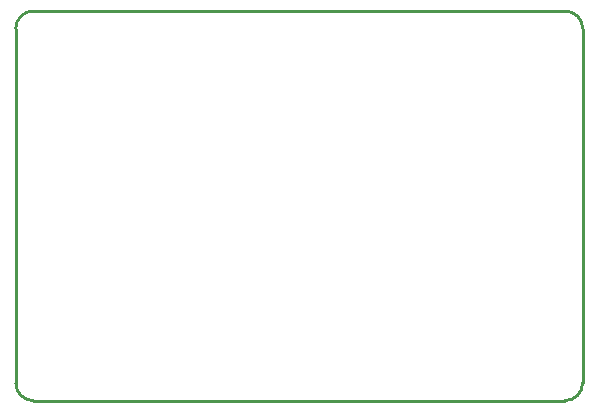
<source format=gko>
G04 Layer: BoardOutlineLayer*
G04 EasyEDA v6.5.34, 2023-10-15 23:32:28*
G04 71d41e4822c04cdf8dbe640198561a58,c7e5a72684d24d89a273277b68740de8,10*
G04 Gerber Generator version 0.2*
G04 Scale: 100 percent, Rotated: No, Reflected: No *
G04 Dimensions in millimeters *
G04 leading zeros omitted , absolute positions ,4 integer and 5 decimal *
%FSLAX45Y45*%
%MOMM*%

%ADD10C,0.2540*%
D10*
X149999Y0D02*
G01*
X4649990Y0D01*
X0Y-3149993D02*
G01*
X0Y-149999D01*
X4649990Y-3299993D02*
G01*
X149999Y-3299993D01*
X4799990Y-149999D02*
G01*
X4799990Y-3149993D01*
G75*
G01*
X4649991Y0D02*
G02*
X4799990Y-150000I0J-150000D01*
G75*
G01*
X4799990Y-3149994D02*
G02*
X4649991Y-3299993I-149999J0D01*
G75*
G01*
X150000Y-3299993D02*
G02*
X0Y-3149994I0J149999D01*
G75*
G01*
X0Y-150000D02*
G02*
X150000Y0I150000J0D01*

%LPD*%
M02*

</source>
